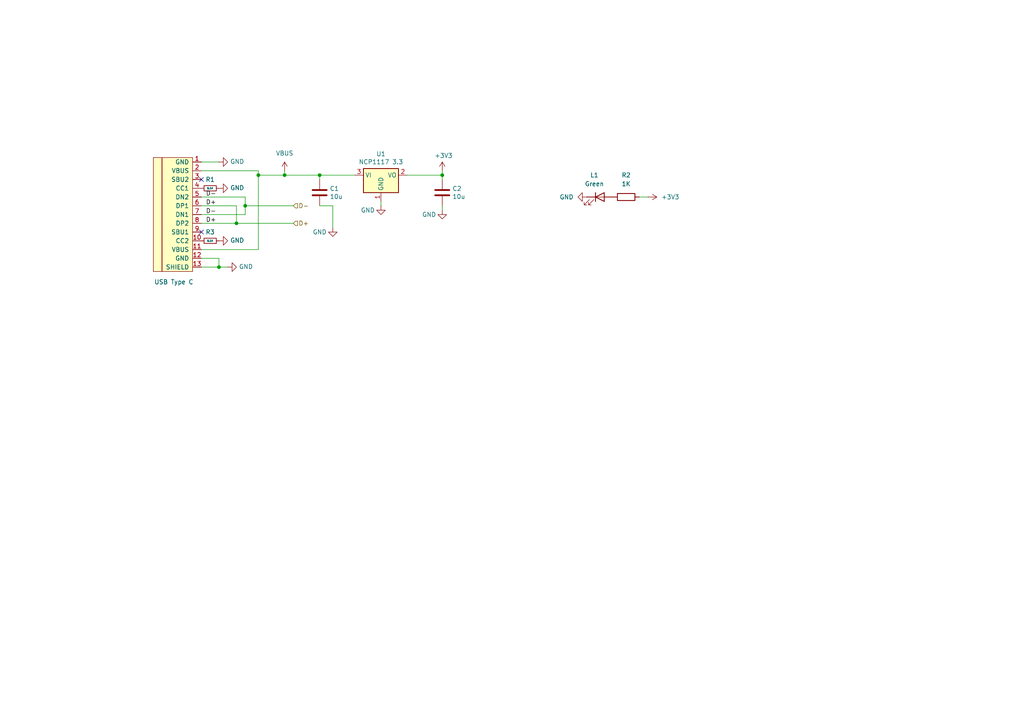
<source format=kicad_sch>
(kicad_sch (version 20231120) (generator "eeschema") (generator_version "8.0")
  (paper "A4")
  (title_block (title "Valera-2350A") (date "2025-01-30") (rev "1.0") (company "Mikhail Matveev") (comment 1 "https://github.com/xtremespb/frank"))
  (lib_symbols
    (symbol "+3V3_1" (power) (pin_numbers hide) (pin_names (offset 0) hide)
      (property "Value" "+3V3" (at 0 3.556 0))
      (symbol "+3V3_1_0_1"
        (polyline (pts (xy -0.762 1.27) (xy 0 2.54)))
        (polyline (pts (xy 0 0) (xy 0 2.54)))
        (polyline (pts (xy 0 2.54) (xy 0.762 1.27)))
      )
      (symbol "+3V3_1_1_1"
        (pin power_in line (at 0 0 90) (length 0) (name "~") (number "1"))
      )
    )
    (symbol "Device:C" (pin_numbers hide) (pin_names (offset 0.254))
      (property "Reference" "C" (at 0.635 2.54 0))
      (property "Value" "C" (at 0.635 -2.54 0))
      (symbol "C_0_1"
        (polyline (pts (xy -2.032 -0.762) (xy 2.032 -0.762)) (stroke (width 0.508)))
        (polyline (pts (xy -2.032 0.762) (xy 2.032 0.762)) (stroke (width 0.508)))
      )
      (symbol "C_1_1"
        (pin passive line (at 0 3.81 270) (length 2.794) (name "~") (number "1"))
        (pin passive line (at 0 -3.81 90) (length 2.794) (name "~") (number "2"))
      )
    )
    (symbol "Device:LED" (pin_numbers hide) (pin_names (offset 1.016) hide)
      (property "Reference" "D" (at 0 2.54 0))
      (property "Value" "LED" (at 0 -2.54 0))
      (symbol "LED_0_1"
        (polyline (pts (xy -1.27 -1.27) (xy -1.27 1.27)) (stroke (width 0.254)))
        (polyline (pts (xy -1.27 0) (xy 1.27 0)))
        (polyline (pts (xy 1.27 -1.27) (xy 1.27 1.27) (xy -1.27 0) (xy 1.27 -1.27)) (stroke (width 0.254)))
        (polyline (pts (xy -3.048 -0.762) (xy -4.572 -2.286) (xy -3.81 -2.286) (xy -4.572 -2.286) (xy -4.572 -1.524)))
        (polyline (pts (xy -1.778 -0.762) (xy -3.302 -2.286) (xy -2.54 -2.286) (xy -3.302 -2.286) (xy -3.302 -1.524)))
      )
      (symbol "LED_1_1"
        (pin passive line (at -3.81 0 0) (length 2.54) (name "K") (number "1"))
        (pin passive line (at 3.81 0 180) (length 2.54) (name "A") (number "2"))
      )
    )
    (symbol "Device:R" (pin_numbers hide) (pin_names (offset 0))
      (property "Reference" "R" (at 2.032 0 90))
      (property "Value" "R" (at 0 0 90))
      (symbol "R_0_1"
        (rectangle (start -1.016 -2.54) (end 1.016 2.54) (stroke (width 0.254)))
      )
      (symbol "R_1_1"
        (pin passive line (at 0 3.81 270) (length 1.27) (name "~") (number "1"))
        (pin passive line (at 0 -3.81 90) (length 1.27) (name "~") (number "2"))
      )
    )
    (symbol "Device:R_Small" (pin_numbers hide) (pin_names (offset 0.254) hide)
      (property "Reference" "R" (at 0.762 0.508 0))
      (property "Value" "R_Small" (at 0.762 -1.016 0))
      (symbol "R_Small_0_1"
        (rectangle (start -0.762 1.778) (end 0.762 -1.778) (stroke (width 0.2032)))
      )
      (symbol "R_Small_1_1"
        (pin passive line (at 0 2.54 270) (length 0.762) (name "~") (number "1"))
        (pin passive line (at 0 -2.54 90) (length 0.762) (name "~") (number "2"))
      )
    )
    (symbol "FRANK:USB-C" (pin_names (offset 1.016))
      (property "Value" "USB Type C" (at 0.254 -20.828 0))
      (symbol "USB-C_0_1"
        (rectangle (start -11.43 15.24) (end -8.89 -17.78) (fill (type background)))
        (rectangle (start 0 -17.78) (end -8.89 15.24) (fill (type background)))
      )
      (symbol "USB-C_1_1"
        (pin input line (at 2.54 13.97 180) (length 2.54) (name "GND") (number "1"))
        (pin input line (at 2.54 -8.89 180) (length 2.54) (name "CC2") (number "10"))
        (pin input line (at 2.54 -11.43 180) (length 2.54) (name "VBUS") (number "11"))
        (pin input line (at 2.54 -13.97 180) (length 2.54) (name "GND") (number "12"))
        (pin input line (at 2.54 -16.51 180) (length 2.54) (name "SHIELD") (number "13"))
        (pin input line (at 2.54 11.43 180) (length 2.54) (name "VBUS") (number "2"))
        (pin input line (at 2.54 8.89 180) (length 2.54) (name "SBU2") (number "3"))
        (pin input line (at 2.54 6.35 180) (length 2.54) (name "CC1") (number "4"))
        (pin input line (at 2.54 3.81 180) (length 2.54) (name "DN2") (number "5"))
        (pin input line (at 2.54 1.27 180) (length 2.54) (name "DP1") (number "6"))
        (pin input line (at 2.54 -1.27 180) (length 2.54) (name "DN1") (number "7"))
        (pin input line (at 2.54 -3.81 180) (length 2.54) (name "DP2") (number "8"))
        (pin input line (at 2.54 -6.35 180) (length 2.54) (name "SBU1") (number "9"))
      )
    )
    (symbol "GND_1" (power) (pin_numbers hide) (pin_names (offset 0) hide)
      (property "Value" "GND" (at 0 -3.81 0))
      (symbol "GND_1_0_1"
        (polyline (pts (xy 0 0) (xy 0 -1.27) (xy 1.27 -1.27) (xy 0 -2.54) (xy -1.27 -1.27) (xy 0 -1.27)))
      )
      (symbol "GND_1_1_1"
        (pin power_in line (at 0 0 270) (length 0) (name "~") (number "1"))
      )
    )
    (symbol "GND_2" (power) (pin_numbers hide) (pin_names (offset 0) hide)
      (property "Value" "GND" (at 0 -3.81 0))
      (symbol "GND_2_0_1"
        (polyline (pts (xy 0 0) (xy 0 -1.27) (xy 1.27 -1.27) (xy 0 -2.54) (xy -1.27 -1.27) (xy 0 -1.27)))
      )
      (symbol "GND_2_1_1"
        (pin power_in line (at 0 0 270) (length 0) (name "~") (number "1"))
      )
    )
    (symbol "GND_3" (power) (pin_numbers hide) (pin_names (offset 0) hide)
      (property "Value" "GND" (at 0 -3.81 0))
      (symbol "GND_3_0_1"
        (polyline (pts (xy 0 0) (xy 0 -1.27) (xy 1.27 -1.27) (xy 0 -2.54) (xy -1.27 -1.27) (xy 0 -1.27)))
      )
      (symbol "GND_3_1_1"
        (pin power_in line (at 0 0 270) (length 0) (name "~") (number "1"))
      )
    )
    (symbol "GND_4" (power) (pin_numbers hide) (pin_names (offset 0) hide)
      (property "Value" "GND" (at 0 -3.81 0))
      (symbol "GND_4_0_1"
        (polyline (pts (xy 0 0) (xy 0 -1.27) (xy 1.27 -1.27) (xy 0 -2.54) (xy -1.27 -1.27) (xy 0 -1.27)))
      )
      (symbol "GND_4_1_1"
        (pin power_in line (at 0 0 270) (length 0) (name "~") (number "1"))
      )
    )
    (symbol "GND_5" (power) (pin_numbers hide) (pin_names (offset 0) hide)
      (property "Value" "GND" (at 0 -3.81 0))
      (symbol "GND_5_0_1"
        (polyline (pts (xy 0 0) (xy 0 -1.27) (xy 1.27 -1.27) (xy 0 -2.54) (xy -1.27 -1.27) (xy 0 -1.27)))
      )
      (symbol "GND_5_1_1"
        (pin power_in line (at 0 0 270) (length 0) (name "~") (number "1"))
      )
    )
    (symbol "GND_6" (power) (pin_numbers hide) (pin_names (offset 0) hide)
      (property "Value" "GND" (at 0 -3.81 0))
      (symbol "GND_6_0_1"
        (polyline (pts (xy 0 0) (xy 0 -1.27) (xy 1.27 -1.27) (xy 0 -2.54) (xy -1.27 -1.27) (xy 0 -1.27)))
      )
      (symbol "GND_6_1_1"
        (pin power_in line (at 0 0 270) (length 0) (name "~") (number "1"))
      )
    )
    (symbol "GND_7" (power) (pin_numbers hide) (pin_names (offset 0) hide)
      (property "Value" "GND" (at 0 -3.81 0))
      (symbol "GND_7_0_1"
        (polyline (pts (xy 0 0) (xy 0 -1.27) (xy 1.27 -1.27) (xy 0 -2.54) (xy -1.27 -1.27) (xy 0 -1.27)))
      )
      (symbol "GND_7_1_1"
        (pin power_in line (at 0 0 270) (length 0) (name "~") (number "1"))
      )
    )
    (symbol "Regulator_Linear:NCP1117-3.3_SOT223"
      (property "Reference" "U" (at -3.81 3.175 0))
      (property "Value" "NCP1117-3.3_SOT223" (at 0 3.175 0))
      (symbol "NCP1117-3.3_SOT223_0_1"
        (rectangle (start -5.08 -5.08) (end 5.08 1.905) (stroke (width 0.254)) (fill (type background)))
      )
      (symbol "NCP1117-3.3_SOT223_1_1"
        (pin power_in line (at 0 -7.62 90) (length 2.54) (name "GND") (number "1"))
        (pin power_out line (at 7.62 0 180) (length 2.54) (name "VO") (number "2"))
        (pin power_in line (at -7.62 0 0) (length 2.54) (name "VI") (number "3"))
      )
    )
    (symbol "power:+3V3" (power) (pin_numbers hide) (pin_names (offset 0) hide)
      (property "Value" "+3V3" (at 0 3.556 0))
      (symbol "+3V3_0_1"
        (polyline (pts (xy -0.762 1.27) (xy 0 2.54)))
        (polyline (pts (xy 0 0) (xy 0 2.54)))
        (polyline (pts (xy 0 2.54) (xy 0.762 1.27)))
      )
      (symbol "+3V3_1_1"
        (pin power_in line (at 0 0 90) (length 0) (name "~") (number "1"))
      )
    )
    (symbol "power:GND" (power) (pin_numbers hide) (pin_names (offset 0) hide)
      (property "Value" "GND" (at 0 -3.81 0))
      (symbol "GND_0_1"
        (polyline (pts (xy 0 0) (xy 0 -1.27) (xy 1.27 -1.27) (xy 0 -2.54) (xy -1.27 -1.27) (xy 0 -1.27)))
      )
      (symbol "GND_1_1"
        (pin power_in line (at 0 0 270) (length 0) (name "~") (number "1"))
      )
    )
    (symbol "power:VBUS" (power) (pin_numbers hide) (pin_names (offset 0) hide)
      (property "Value" "VBUS" (at 0 3.556 0))
      (symbol "VBUS_0_1"
        (polyline (pts (xy -0.762 1.27) (xy 0 2.54)))
        (polyline (pts (xy 0 0) (xy 0 2.54)))
        (polyline (pts (xy 0 2.54) (xy 0.762 1.27)))
      )
      (symbol "VBUS_1_1"
        (pin power_in line (at 0 0 90) (length 0) (name "~") (number "1"))
      )
    )
  )
  (junction (at 74.93 50.8))
  (junction (at 68.58 64.77))
  (junction (at 82.55 50.8))
  (junction (at 92.71 50.8))
  (junction (at 63.5 77.47))
  (junction (at 128.27 50.8))
  (junction (at 71.12 59.69))
  (no_connect (at 58.42 67.31))
  (no_connect (at 58.42 52.07))
  (wire (pts (xy 58.42 49.53) (xy 74.93 49.53)))
  (wire (pts (xy 58.42 59.69) (xy 68.58 59.69)))
  (wire (pts (xy 82.55 50.8) (xy 92.71 50.8)))
  (wire (pts (xy 102.87 50.8) (xy 92.71 50.8)))
  (wire (pts (xy 128.27 50.8) (xy 128.27 49.53)))
  (wire (pts (xy 63.5 77.47) (xy 66.04 77.47)))
  (wire (pts (xy 82.55 49.53) (xy 82.55 50.8)))
  (wire (pts (xy 63.5 74.93) (xy 63.5 77.47)))
  (wire (pts (xy 74.93 72.39) (xy 58.42 72.39)))
  (wire (pts (xy 92.71 52.07) (xy 92.71 50.8)))
  (wire (pts (xy 128.27 52.07) (xy 128.27 50.8)))
  (wire (pts (xy 96.52 59.69) (xy 92.71 59.69)))
  (wire (pts (xy 118.11 50.8) (xy 128.27 50.8)))
  (wire (pts (xy 58.42 57.15) (xy 71.12 57.15)))
  (wire (pts (xy 58.42 62.23) (xy 71.12 62.23)))
  (wire (pts (xy 71.12 59.69) (xy 85.09 59.69)))
  (wire (pts (xy 74.93 50.8) (xy 74.93 72.39)))
  (wire (pts (xy 74.93 49.53) (xy 74.93 50.8)))
  (wire (pts (xy 71.12 59.69) (xy 71.12 62.23)))
  (wire (pts (xy 58.42 46.99) (xy 63.5 46.99)))
  (wire (pts (xy 128.27 59.69) (xy 128.27 60.96)))
  (wire (pts (xy 58.42 77.47) (xy 63.5 77.47)))
  (wire (pts (xy 58.42 64.77) (xy 68.58 64.77)))
  (wire (pts (xy 96.52 59.69) (xy 96.52 66.04)))
  (wire (pts (xy 58.42 74.93) (xy 63.5 74.93)))
  (wire (pts (xy 71.12 57.15) (xy 71.12 59.69)))
  (wire (pts (xy 185.42 57.15) (xy 187.96 57.15)))
  (wire (pts (xy 74.93 50.8) (xy 82.55 50.8)))
  (wire (pts (xy 110.49 58.42) (xy 110.49 59.69)))
  (wire (pts (xy 68.58 64.77) (xy 85.09 64.77)))
  (wire (pts (xy 68.58 59.69) (xy 68.58 64.77)))
  (label "D-" (at 59.69 62.23 0))
  (label "D+" (at 59.69 64.77 0))
  (label "D-" (at 59.69 57.15 0))
  (label "D+" (at 59.69 59.69 0))
  (hierarchical_label "D-" (shape input) (at 85.09 59.69 0))
  (hierarchical_label "D+" (shape input) (at 85.09 64.77 0))
  (symbol (lib_name "GND_3") (lib_id "power:GND") (at 96.52 66.04 0) (unit 1)
    (property "Reference" "#PWR012" (effects (hide yes)))
    (property "Value" "GND" (at 92.71 67.31 0))
    (property "Description" "Power symbol creates a global label with name \"GND\" , ground" (effects (hide yes)))
  )
  (symbol (lib_id "power:VBUS") (at 82.55 49.53 0) (unit 1)
    (property "Reference" "#PWR05" (effects (hide yes)))
    (property "Value" "VBUS" (at 82.55 44.45 0))
    (property "Description" "Power symbol creates a global label with name \"VBUS\"" (effects (hide yes)))
  )
  (symbol (lib_name "GND_5") (lib_id "power:GND") (at 63.5 69.85 90) (unit 1)
    (property "Reference" "#PWR013" (effects (hide yes)))
    (property "Value" "GND" (at 66.7512 69.723 90) (effects (justify right)))
    (property "Description" "Power symbol creates a global label with name \"GND\" , ground" (effects (hide yes)))
  )
  (symbol (lib_name "GND_2") (lib_id "power:GND") (at 170.18 57.15 270) (unit 1)
    (property "Reference" "#PWR08" (effects (hide yes)))
    (property "Value" "GND" (at 166.37 57.1499 90) (effects (justify right)))
    (property "Description" "Power symbol creates a global label with name \"GND\" , ground" (effects (hide yes)))
  )
  (symbol (lib_id "Device:LED") (at 173.99 57.15 0) (unit 1)
    (property "Reference" "L1" (at 172.4025 50.8 0))
    (property "Value" "Green" (at 172.4025 53.34 0))
    (property "Footprint" "FRANK:LED (0805)" (effects (hide yes)))
    (property "Datasheet" "https://www.we-online.com/components/products/datasheet/15408085BA400.pdf" (effects (hide yes)))
    (property "Description" "Light emitting diode" (effects (hide yes)))
    (property "AliExpress" "https://www.aliexpress.com/item/1005007252088951.html" (effects (hide yes)))
  )
  (symbol (lib_id "Regulator_Linear:NCP1117-3.3_SOT223") (at 110.49 50.8 0) (unit 1)
    (property "Reference" "U1" (at 110.49 44.6532 0))
    (property "Value" "NCP1117 3.3" (at 110.49 46.9646 0))
    (property "Footprint" "FRANK:SOT-223" (effects (hide yes)))
    (property "Datasheet" "http://www.onsemi.com/pub_link/Collateral/NCP1117-D.PDF" (effects (hide yes)))
    (property "AliExpress" "https://www.aliexpress.com/item/1005005802338707.html" (effects (hide yes)))
  )
  (symbol (lib_id "Device:C") (at 128.27 55.88 0) (unit 1)
    (property "Reference" "C2" (at 131.191 54.7116 0) (effects (justify left)))
    (property "Value" "10u" (at 131.191 57.023 0) (effects (justify left)))
    (property "Footprint" "FRANK:Capacitor (0805)" (effects (hide yes)))
    (property "Datasheet" "https://eu.mouser.com/datasheet/2/40/KGM_X7R-3223212.pdf" (effects (hide yes)))
    (property "AliExpress" "https://www.aliexpress.com/item/33008008276.html" (effects (hide yes)))
  )
  (symbol (lib_id "FRANK:USB-C") (at 55.88 60.96 0) (unit 1)
    (property "Reference" "USB1" (effects (hide yes)))
    (property "Value" "USB Type C" (at 56.134 81.788 0) (effects (justify right)))
    (property "Footprint" "FRANK:USB Type C" (effects (hide yes)))
    (property "Datasheet" "https://eu.mouser.com/datasheet/2/837/usb4215-3472997.pdf" (effects (hide yes)))
    (property "LCSC" "C165948" (effects (hide yes)))
    (property "AliExpress" "https://www.aliexpress.com/item/1005005500797563.html" (effects (hide yes)))
  )
  (symbol (lib_id "Device:C") (at 92.71 55.88 0) (unit 1)
    (property "Reference" "C1" (at 95.631 54.7116 0) (effects (justify left)))
    (property "Value" "10u" (at 95.631 57.023 0) (effects (justify left)))
    (property "Footprint" "FRANK:Capacitor (0805)" (effects (hide yes)))
    (property "Datasheet" "https://eu.mouser.com/datasheet/2/40/KGM_X7R-3223212.pdf" (effects (hide yes)))
    (property "AliExpress" "https://www.aliexpress.com/item/33008008276.html" (effects (hide yes)))
  )
  (symbol (lib_id "Device:R") (at 181.61 57.15 90) (unit 1)
    (property "Reference" "R2" (at 181.61 50.8 90))
    (property "Value" "1K" (at 181.61 53.34 90))
    (property "Footprint" "FRANK:Resistor (0805)" (effects (hide yes)))
    (property "Datasheet" "https://www.vishay.com/docs/28952/mcs0402at-mct0603at-mcu0805at-mca1206at.pdf" (effects (hide yes)))
    (property "Description" "Resistor" (effects (hide yes)))
    (property "AliExpress" "https://www.aliexpress.com/item/1005005945735199.html" (effects (hide yes)))
  )
  (symbol (lib_id "Device:R_Small") (at 60.96 69.85 270) (unit 1)
    (property "Reference" "R3" (at 60.96 67.31 90))
    (property "Value" "5.1K" (at 60.96 69.85 90) (effects (font (size 0.508 0.508))))
    (property "Footprint" "FRANK:Resistor (0805)" (effects (hide yes)))
    (property "Datasheet" "https://www.vishay.com/docs/28952/mcs0402at-mct0603at-mcu0805at-mca1206at.pdf" (effects (hide yes)))
    (property "LCSC" " " (effects (hide yes)))
    (property "AliExpress" "https://www.aliexpress.com/item/1005005945735199.html" (effects (hide yes)))
  )
  (symbol (lib_name "GND_6") (lib_id "power:GND") (at 63.5 54.61 90) (unit 1)
    (property "Reference" "#PWR07" (effects (hide yes)))
    (property "Value" "GND" (at 66.7512 54.483 90) (effects (justify right)))
    (property "Description" "Power symbol creates a global label with name \"GND\" , ground" (effects (hide yes)))
  )
  (symbol (lib_name "GND_1") (lib_id "power:GND") (at 128.27 60.96 0) (unit 1)
    (property "Reference" "#PWR011" (effects (hide yes)))
    (property "Value" "GND" (at 124.46 62.23 0))
    (property "Description" "Power symbol creates a global label with name \"GND\" , ground" (effects (hide yes)))
  )
  (symbol (lib_id "power:+3V3") (at 128.27 49.53 0) (unit 1)
    (property "Reference" "#PWR06" (effects (hide yes)))
    (property "Value" "+3V3" (at 128.651 45.1358 0))
    (property "Description" "Power symbol creates a global label with name \"+3V3\"" (effects (hide yes)))
  )
  (symbol (lib_id "Device:R_Small") (at 60.96 54.61 270) (unit 1)
    (property "Reference" "R1" (at 60.96 52.07 90))
    (property "Value" "5.1K" (at 60.96 54.61 90) (effects (font (size 0.508 0.508))))
    (property "Footprint" "FRANK:Resistor (0805)" (effects (hide yes)))
    (property "Datasheet" "https://www.vishay.com/docs/28952/mcs0402at-mct0603at-mcu0805at-mca1206at.pdf" (effects (hide yes)))
    (property "LCSC" " " (effects (hide yes)))
    (property "AliExpress" "https://www.aliexpress.com/item/1005005945735199.html" (effects (hide yes)))
  )
  (symbol (lib_id "power:GND") (at 63.5 46.99 90) (unit 1)
    (property "Reference" "#PWR04" (effects (hide yes)))
    (property "Value" "GND" (at 66.7512 46.863 90) (effects (justify right)))
    (property "Description" "Power symbol creates a global label with name \"GND\" , ground" (effects (hide yes)))
  )
  (symbol (lib_name "GND_7") (lib_id "power:GND") (at 66.04 77.47 90) (unit 1)
    (property "Reference" "#PWR014" (effects (hide yes)))
    (property "Value" "GND" (at 69.2912 77.343 90) (effects (justify right)))
    (property "Description" "Power symbol creates a global label with name \"GND\" , ground" (effects (hide yes)))
  )
  (symbol (lib_name "+3V3_1") (lib_id "power:+3V3") (at 187.96 57.15 270) (unit 1)
    (property "Reference" "#PWR09" (effects (hide yes)))
    (property "Value" "+3V3" (at 191.77 57.1499 90) (effects (justify left)))
    (property "Description" "Power symbol creates a global label with name \"+3V3\"" (effects (hide yes)))
  )
  (symbol (lib_name "GND_4") (lib_id "power:GND") (at 110.49 59.69 0) (unit 1)
    (property "Reference" "#PWR010" (effects (hide yes)))
    (property "Value" "GND" (at 106.68 60.96 0))
    (property "Description" "Power symbol creates a global label with name \"GND\" , ground" (effects (hide yes)))
  )
)
</source>
